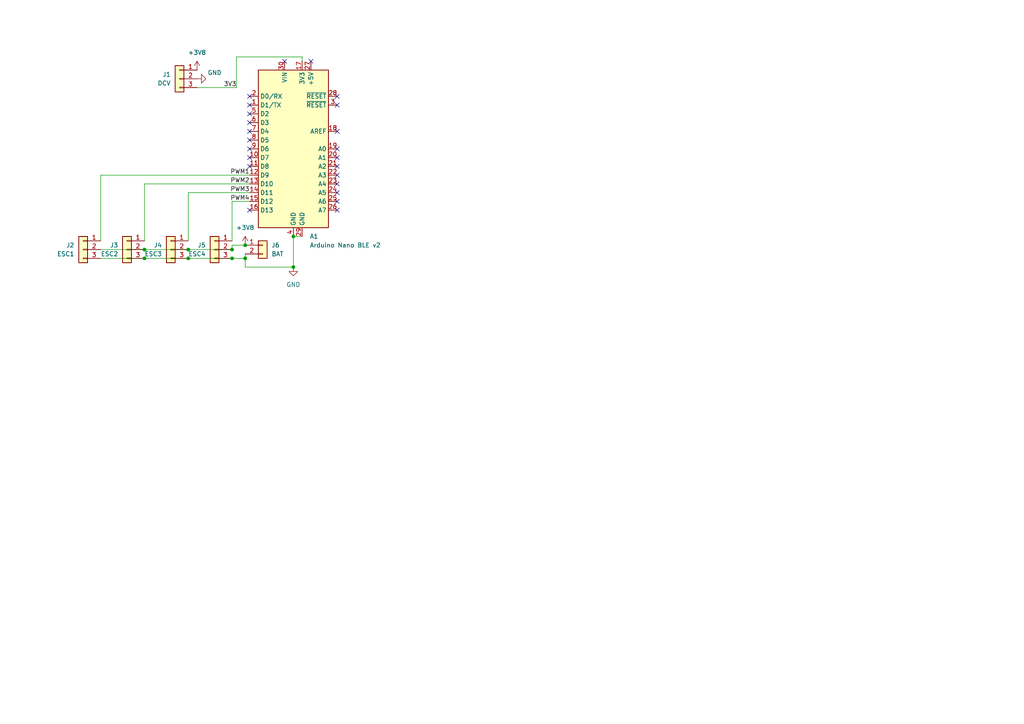
<source format=kicad_sch>
(kicad_sch (version 20231120) (generator "eeschema") (generator_version "8.0")
  (paper "A4")
  (lib_symbols
    (symbol "Connector_Generic:Conn_01x02" (pin_names (offset 1.016) hide)
      (property "Reference" "J" (at 0 2.54 0))
      (property "Value" "Conn_01x02" (at 0 -5.08 0))
      (symbol "Conn_01x02_1_1"
        (rectangle (start -1.27 -2.413) (end 0 -2.667) (stroke (width 0.1524)))
        (rectangle (start -1.27 0.127) (end 0 -0.127) (stroke (width 0.1524)))
        (rectangle (start -1.27 1.27) (end 1.27 -3.81) (stroke (width 0.254)) (fill (type background)))
        (pin passive line (at -5.08 0 0) (length 3.81) (name "Pin_1") (number "1"))
        (pin passive line (at -5.08 -2.54 0) (length 3.81) (name "Pin_2") (number "2"))
      )
    )
    (symbol "Connector_Generic:Conn_01x03" (pin_names (offset 1.016) hide)
      (property "Reference" "J" (at 0 5.08 0))
      (property "Value" "Conn_01x03" (at 0 -5.08 0))
      (symbol "Conn_01x03_1_1"
        (rectangle (start -1.27 -2.413) (end 0 -2.667) (stroke (width 0.1524)))
        (rectangle (start -1.27 0.127) (end 0 -0.127) (stroke (width 0.1524)))
        (rectangle (start -1.27 2.667) (end 0 2.413) (stroke (width 0.1524)))
        (rectangle (start -1.27 3.81) (end 1.27 -3.81) (stroke (width 0.254)) (fill (type background)))
        (pin passive line (at -5.08 2.54 0) (length 3.81) (name "Pin_1") (number "1"))
        (pin passive line (at -5.08 0 0) (length 3.81) (name "Pin_2") (number "2"))
        (pin passive line (at -5.08 -2.54 0) (length 3.81) (name "Pin_3") (number "3"))
      )
    )
    (symbol "MCU_Module:Arduino_Nano_v2.x"
      (property "Reference" "A" (at -10.16 23.495 0))
      (property "Value" "Arduino_Nano_v2.x" (at 5.08 -24.13 0))
      (symbol "Arduino_Nano_v2.x_0_1"
        (rectangle (start -10.16 22.86) (end 10.16 -22.86) (stroke (width 0.254)) (fill (type background)))
      )
      (symbol "Arduino_Nano_v2.x_1_1"
        (pin bidirectional line (at -12.7 12.7 0) (length 2.54) (name "D1/TX") (number "1"))
        (pin bidirectional line (at -12.7 -2.54 0) (length 2.54) (name "D7") (number "10"))
        (pin bidirectional line (at -12.7 -5.08 0) (length 2.54) (name "D8") (number "11"))
        (pin bidirectional line (at -12.7 -7.62 0) (length 2.54) (name "D9") (number "12"))
        (pin bidirectional line (at -12.7 -10.16 0) (length 2.54) (name "D10") (number "13"))
        (pin bidirectional line (at -12.7 -12.7 0) (length 2.54) (name "D11") (number "14"))
        (pin bidirectional line (at -12.7 -15.24 0) (length 2.54) (name "D12") (number "15"))
        (pin bidirectional line (at -12.7 -17.78 0) (length 2.54) (name "D13") (number "16"))
        (pin power_out line (at 2.54 25.4 270) (length 2.54) (name "3V3") (number "17"))
        (pin input line (at 12.7 5.08 180) (length 2.54) (name "AREF") (number "18"))
        (pin bidirectional line (at 12.7 0 180) (length 2.54) (name "A0") (number "19"))
        (pin bidirectional line (at -12.7 15.24 0) (length 2.54) (name "D0/RX") (number "2"))
        (pin bidirectional line (at 12.7 -2.54 180) (length 2.54) (name "A1") (number "20"))
        (pin bidirectional line (at 12.7 -5.08 180) (length 2.54) (name "A2") (number "21"))
        (pin bidirectional line (at 12.7 -7.62 180) (length 2.54) (name "A3") (number "22"))
        (pin bidirectional line (at 12.7 -10.16 180) (length 2.54) (name "A4") (number "23"))
        (pin bidirectional line (at 12.7 -12.7 180) (length 2.54) (name "A5") (number "24"))
        (pin bidirectional line (at 12.7 -15.24 180) (length 2.54) (name "A6") (number "25"))
        (pin bidirectional line (at 12.7 -17.78 180) (length 2.54) (name "A7") (number "26"))
        (pin power_out line (at 5.08 25.4 270) (length 2.54) (name "+5V") (number "27"))
        (pin input line (at 12.7 15.24 180) (length 2.54) (name "~{RESET}") (number "28"))
        (pin power_in line (at 2.54 -25.4 90) (length 2.54) (name "GND") (number "29"))
        (pin input line (at 12.7 12.7 180) (length 2.54) (name "~{RESET}") (number "3"))
        (pin power_in line (at -2.54 25.4 270) (length 2.54) (name "VIN") (number "30"))
        (pin power_in line (at 0 -25.4 90) (length 2.54) (name "GND") (number "4"))
        (pin bidirectional line (at -12.7 10.16 0) (length 2.54) (name "D2") (number "5"))
        (pin bidirectional line (at -12.7 7.62 0) (length 2.54) (name "D3") (number "6"))
        (pin bidirectional line (at -12.7 5.08 0) (length 2.54) (name "D4") (number "7"))
        (pin bidirectional line (at -12.7 2.54 0) (length 2.54) (name "D5") (number "8"))
        (pin bidirectional line (at -12.7 0 0) (length 2.54) (name "D6") (number "9"))
      )
    )
    (symbol "power:+3V8" (power) (pin_numbers hide) (pin_names (offset 0) hide)
      (property "Value" "+3V8" (at 0 3.556 0))
      (symbol "+3V8_0_1"
        (polyline (pts (xy -0.762 1.27) (xy 0 2.54)))
        (polyline (pts (xy 0 0) (xy 0 2.54)))
        (polyline (pts (xy 0 2.54) (xy 0.762 1.27)))
      )
      (symbol "+3V8_1_1"
        (pin power_in line (at 0 0 90) (length 0) (name "~") (number "1"))
      )
    )
    (symbol "power:GND" (power) (pin_numbers hide) (pin_names (offset 0) hide)
      (property "Value" "GND" (at 0 -3.81 0))
      (symbol "GND_0_1"
        (polyline (pts (xy 0 0) (xy 0 -1.27) (xy 1.27 -1.27) (xy 0 -2.54) (xy -1.27 -1.27) (xy 0 -1.27)))
      )
      (symbol "GND_1_1"
        (pin power_in line (at 0 0 270) (length 0) (name "~") (number "1"))
      )
    )
  )
  (junction (at 71.12 74.93))
  (junction (at 41.91 72.39))
  (junction (at 67.31 72.39))
  (junction (at 41.91 74.93))
  (junction (at 85.09 77.47))
  (junction (at 54.61 72.39))
  (junction (at 85.09 68.58))
  (junction (at 71.12 71.12))
  (junction (at 54.61 74.93))
  (junction (at 67.31 74.93))
  (no_connect (at 97.79 43.18))
  (no_connect (at 72.39 30.48))
  (no_connect (at 72.39 45.72))
  (no_connect (at 97.79 38.1))
  (no_connect (at 97.79 27.94))
  (no_connect (at 72.39 27.94))
  (no_connect (at 72.39 33.02))
  (no_connect (at 97.79 53.34))
  (no_connect (at 72.39 40.64))
  (no_connect (at 97.79 45.72))
  (no_connect (at 72.39 43.18))
  (no_connect (at 82.55 17.78))
  (no_connect (at 97.79 58.42))
  (no_connect (at 97.79 48.26))
  (no_connect (at 72.39 38.1))
  (no_connect (at 97.79 30.48))
  (no_connect (at 72.39 60.96))
  (no_connect (at 72.39 35.56))
  (no_connect (at 72.39 48.26))
  (no_connect (at 97.79 50.8))
  (no_connect (at 97.79 55.88))
  (no_connect (at 97.79 60.96))
  (no_connect (at 90.17 17.78))
  (wire (pts (xy 54.61 74.93) (xy 67.31 74.93)))
  (wire (pts (xy 29.21 72.39) (xy 41.91 72.39)))
  (wire (pts (xy 85.09 68.58) (xy 85.09 77.47)))
  (wire (pts (xy 41.91 53.34) (xy 72.39 53.34)))
  (wire (pts (xy 41.91 69.85) (xy 41.91 53.34)))
  (wire (pts (xy 68.58 16.51) (xy 68.58 25.4)))
  (wire (pts (xy 54.61 69.85) (xy 54.61 55.88)))
  (wire (pts (xy 29.21 50.8) (xy 72.39 50.8)))
  (wire (pts (xy 71.12 74.93) (xy 71.12 77.47)))
  (wire (pts (xy 67.31 69.85) (xy 67.31 58.42)))
  (wire (pts (xy 71.12 73.66) (xy 71.12 74.93)))
  (wire (pts (xy 67.31 74.93) (xy 71.12 74.93)))
  (wire (pts (xy 54.61 72.39) (xy 67.31 72.39)))
  (wire (pts (xy 71.12 77.47) (xy 85.09 77.47)))
  (wire (pts (xy 71.12 71.12) (xy 67.31 71.12)))
  (wire (pts (xy 87.63 16.51) (xy 68.58 16.51)))
  (wire (pts (xy 85.09 68.58) (xy 87.63 68.58)))
  (wire (pts (xy 54.61 55.88) (xy 72.39 55.88)))
  (wire (pts (xy 67.31 58.42) (xy 72.39 58.42)))
  (wire (pts (xy 41.91 74.93) (xy 54.61 74.93)))
  (wire (pts (xy 29.21 74.93) (xy 41.91 74.93)))
  (wire (pts (xy 29.21 50.8) (xy 29.21 69.85)))
  (wire (pts (xy 41.91 72.39) (xy 54.61 72.39)))
  (wire (pts (xy 67.31 71.12) (xy 67.31 72.39)))
  (wire (pts (xy 68.58 25.4) (xy 57.15 25.4)))
  (wire (pts (xy 87.63 17.78) (xy 87.63 16.51)))
  (label "PWM1" (at 72.39 50.8 180))
  (label "PWM4" (at 72.39 58.42 180))
  (label "PWM3" (at 72.39 55.88 180))
  (label "PWM2" (at 72.39 53.34 180))
  (label "3V3" (at 68.58 25.4 180))
  (symbol (lib_id "Connector_Generic:Conn_01x03") (at 52.07 22.86 0) (mirror y) (unit 1)
    (property "Reference" "J1" (at 49.53 21.5899 0) (effects (justify left)))
    (property "Value" "DCV" (at 49.53 24.1299 0) (effects (justify left)))
    (property "Footprint" "Connector_PinHeader_2.54mm:PinHeader_1x03_P2.54mm_Vertical" (effects (hide yes)))
    (property "Description" "Generic connector, single row, 01x03, script generated (kicad-library-utils/schlib/autogen/connector/)" (effects (hide yes)))
  )
  (symbol (lib_id "Connector_Generic:Conn_01x03") (at 24.13 72.39 0) (mirror y) (unit 1)
    (property "Reference" "J2" (at 21.59 71.1199 0) (effects (justify left)))
    (property "Value" "ESC1" (at 21.59 73.6599 0) (effects (justify left)))
    (property "Footprint" "Connector_PinHeader_2.54mm:PinHeader_1x03_P2.54mm_Vertical" (effects (hide yes)))
    (property "Description" "Generic connector, single row, 01x03, script generated (kicad-library-utils/schlib/autogen/connector/)" (effects (hide yes)))
  )
  (symbol (lib_id "power:+3V8") (at 57.15 20.32 0) (mirror y) (unit 1)
    (property "Reference" "#PWR03" (effects (hide yes)))
    (property "Value" "+3V8" (at 57.15 15.24 0))
    (property "Description" "Power symbol creates a global label with name \"+3V8\"" (effects (hide yes)))
  )
  (symbol (lib_id "power:GND") (at 57.15 22.86 90) (mirror x) (unit 1)
    (property "Reference" "#PWR02" (effects (hide yes)))
    (property "Value" "GND" (at 60.198 21.082 90) (effects (justify right)))
    (property "Description" "Power symbol creates a global label with name \"GND\" , ground" (effects (hide yes)))
  )
  (symbol (lib_id "Connector_Generic:Conn_01x02") (at 76.2 71.12 0) (unit 1)
    (property "Reference" "J6" (at 78.74 71.1199 0) (effects (justify left)))
    (property "Value" "BAT" (at 78.74 73.6599 0) (effects (justify left)))
    (property "Footprint" "Connector_JST:JST_PH_B2B-PH-K_1x02_P2.00mm_Vertical" (effects (hide yes)))
    (property "Description" "Generic connector, single row, 01x02, script generated (kicad-library-utils/schlib/autogen/connector/)" (effects (hide yes)))
  )
  (symbol (lib_id "MCU_Module:Arduino_Nano_v2.x") (at 85.09 43.18 0) (unit 1)
    (property "Reference" "A1" (at 89.8241 68.58 0) (effects (justify left)))
    (property "Value" "Arduino Nano BLE v2" (at 89.8241 71.12 0) (effects (justify left)))
    (property "Footprint" "Module:Arduino_Nano" (effects (hide yes)))
    (property "Datasheet" "https://www.arduino.cc/en/uploads/Main/ArduinoNanoManual23.pdf" (effects (hide yes)))
    (property "Description" "Arduino Nano v2.x" (effects (hide yes)))
  )
  (symbol (lib_id "power:+3V8") (at 71.12 71.12 0) (unit 1)
    (property "Reference" "#PWR04" (effects (hide yes)))
    (property "Value" "+3V8" (at 71.12 66.04 0))
    (property "Description" "Power symbol creates a global label with name \"+3V8\"" (effects (hide yes)))
  )
  (symbol (lib_id "Connector_Generic:Conn_01x03") (at 49.53 72.39 0) (mirror y) (unit 1)
    (property "Reference" "J4" (at 46.99 71.1199 0) (effects (justify left)))
    (property "Value" "ESC3" (at 46.99 73.6599 0) (effects (justify left)))
    (property "Footprint" "Connector_PinHeader_2.54mm:PinHeader_1x03_P2.54mm_Vertical" (effects (hide yes)))
    (property "Description" "Generic connector, single row, 01x03, script generated (kicad-library-utils/schlib/autogen/connector/)" (effects (hide yes)))
  )
  (symbol (lib_id "power:GND") (at 85.09 77.47 0) (unit 1)
    (property "Reference" "#PWR01" (effects (hide yes)))
    (property "Value" "GND" (at 85.09 82.55 0))
    (property "Description" "Power symbol creates a global label with name \"GND\" , ground" (effects (hide yes)))
  )
  (symbol (lib_id "Connector_Generic:Conn_01x03") (at 36.83 72.39 0) (mirror y) (unit 1)
    (property "Reference" "J3" (at 34.29 71.1199 0) (effects (justify left)))
    (property "Value" "ESC2" (at 34.29 73.6599 0) (effects (justify left)))
    (property "Footprint" "Connector_PinHeader_2.54mm:PinHeader_1x03_P2.54mm_Vertical" (effects (hide yes)))
    (property "Description" "Generic connector, single row, 01x03, script generated (kicad-library-utils/schlib/autogen/connector/)" (effects (hide yes)))
  )
  (symbol (lib_id "Connector_Generic:Conn_01x03") (at 62.23 72.39 0) (mirror y) (unit 1)
    (property "Reference" "J5" (at 59.69 71.1199 0) (effects (justify left)))
    (property "Value" "ESC4" (at 59.69 73.6599 0) (effects (justify left)))
    (property "Footprint" "Connector_PinHeader_2.54mm:PinHeader_1x03_P2.54mm_Vertical" (effects (hide yes)))
    (property "Description" "Generic connector, single row, 01x03, script generated (kicad-library-utils/schlib/autogen/connector/)" (effects (hide yes)))
  )
)
</source>
